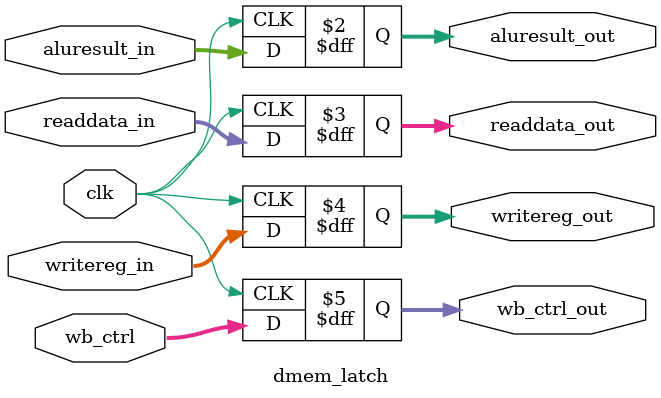
<source format=v>
`timescale 1ns / 1ps


module dmem_latch(
    input clk,
    input [31:0] aluresult_in, readdata_in,
    input [4:0] writereg_in,
    input [1:0] wb_ctrl,
    
    output reg [31:0] aluresult_out, readdata_out,
    output reg [4:0] writereg_out,
    output reg [1:0] wb_ctrl_out
    );
    
    always @(posedge clk) begin
        aluresult_out <= aluresult_in;
        readdata_out <= readdata_in;
        writereg_out <= writereg_in;
        wb_ctrl_out <= wb_ctrl;
    end
    
endmodule

</source>
